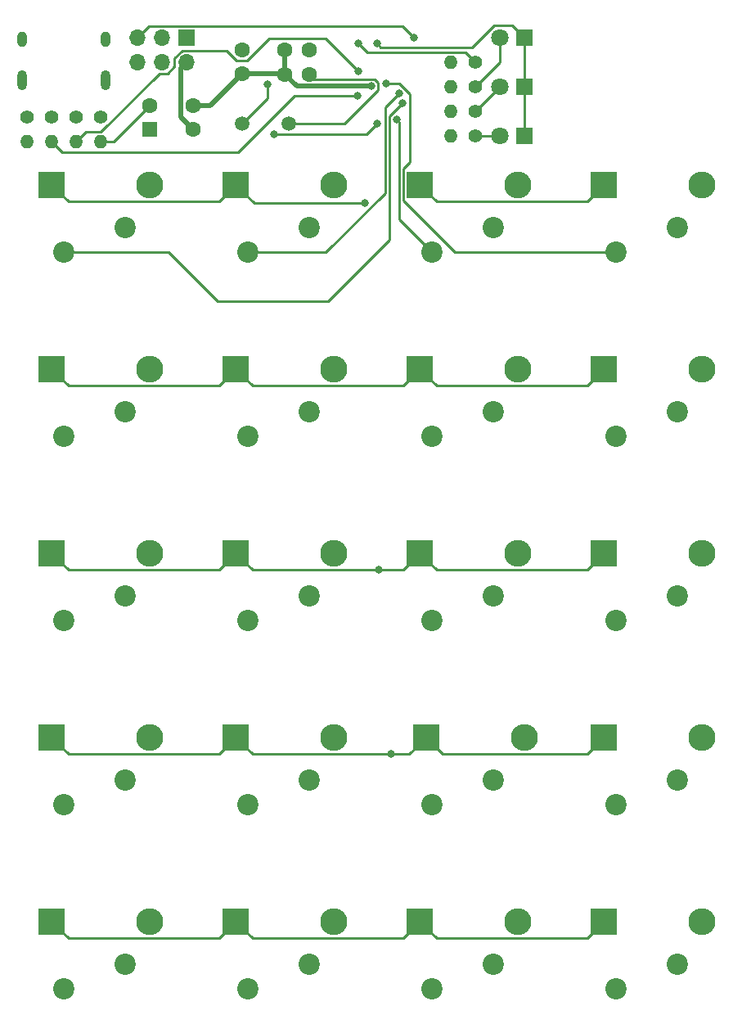
<source format=gbl>
G04 #@! TF.GenerationSoftware,KiCad,Pcbnew,(5.1.10)-1*
G04 #@! TF.CreationDate,2021-12-06T16:20:35+09:00*
G04 #@! TF.ProjectId,20keypad,32306b65-7970-4616-942e-6b696361645f,rev?*
G04 #@! TF.SameCoordinates,Original*
G04 #@! TF.FileFunction,Copper,L2,Bot*
G04 #@! TF.FilePolarity,Positive*
%FSLAX46Y46*%
G04 Gerber Fmt 4.6, Leading zero omitted, Abs format (unit mm)*
G04 Created by KiCad (PCBNEW (5.1.10)-1) date 2021-12-06 16:20:35*
%MOMM*%
%LPD*%
G01*
G04 APERTURE LIST*
G04 #@! TA.AperFunction,ComponentPad*
%ADD10C,1.800000*%
G04 #@! TD*
G04 #@! TA.AperFunction,ComponentPad*
%ADD11R,1.800000X1.800000*%
G04 #@! TD*
G04 #@! TA.AperFunction,ComponentPad*
%ADD12O,1.400000X1.400000*%
G04 #@! TD*
G04 #@! TA.AperFunction,ComponentPad*
%ADD13C,1.400000*%
G04 #@! TD*
G04 #@! TA.AperFunction,ComponentPad*
%ADD14C,2.200000*%
G04 #@! TD*
G04 #@! TA.AperFunction,ComponentPad*
%ADD15O,2.800000X2.800000*%
G04 #@! TD*
G04 #@! TA.AperFunction,ComponentPad*
%ADD16R,2.800000X2.800000*%
G04 #@! TD*
G04 #@! TA.AperFunction,ComponentPad*
%ADD17C,1.600000*%
G04 #@! TD*
G04 #@! TA.AperFunction,ComponentPad*
%ADD18R,1.600000X1.600000*%
G04 #@! TD*
G04 #@! TA.AperFunction,ComponentPad*
%ADD19O,1.000000X2.100000*%
G04 #@! TD*
G04 #@! TA.AperFunction,ComponentPad*
%ADD20O,1.000000X1.600000*%
G04 #@! TD*
G04 #@! TA.AperFunction,ComponentPad*
%ADD21C,1.500000*%
G04 #@! TD*
G04 #@! TA.AperFunction,ComponentPad*
%ADD22O,1.700000X1.700000*%
G04 #@! TD*
G04 #@! TA.AperFunction,ComponentPad*
%ADD23R,1.700000X1.700000*%
G04 #@! TD*
G04 #@! TA.AperFunction,ViaPad*
%ADD24C,0.800000*%
G04 #@! TD*
G04 #@! TA.AperFunction,Conductor*
%ADD25C,0.500000*%
G04 #@! TD*
G04 #@! TA.AperFunction,Conductor*
%ADD26C,0.250000*%
G04 #@! TD*
G04 APERTURE END LIST*
D10*
X76200000Y-35560000D03*
D11*
X78740000Y-35560000D03*
D10*
X76200000Y-40640000D03*
D11*
X78740000Y-40640000D03*
D10*
X76200000Y-45720000D03*
D11*
X78740000Y-45720000D03*
D12*
X71120000Y-40640000D03*
D13*
X73660000Y-40640000D03*
D12*
X71120000Y-43180000D03*
D13*
X73660000Y-43180000D03*
D12*
X71120000Y-45720000D03*
D13*
X73660000Y-45720000D03*
D14*
X31115000Y-133985000D03*
X37465000Y-131445000D03*
X50165000Y-133985000D03*
X56515000Y-131445000D03*
X69215000Y-133985000D03*
X75565000Y-131445000D03*
X88265000Y-133985000D03*
X94615000Y-131445000D03*
X31115000Y-114935000D03*
X37465000Y-112395000D03*
X50165000Y-114935000D03*
X56515000Y-112395000D03*
X69215000Y-114935000D03*
X75565000Y-112395000D03*
X88265000Y-114935000D03*
X94615000Y-112395000D03*
X31115000Y-95885000D03*
X37465000Y-93345000D03*
X50165000Y-95885000D03*
X56515000Y-93345000D03*
X69215000Y-95885000D03*
X75565000Y-93345000D03*
X88265000Y-95885000D03*
X94615000Y-93345000D03*
X31115000Y-76835000D03*
X37465000Y-74295000D03*
X50165000Y-76835000D03*
X56515000Y-74295000D03*
X69215000Y-76835000D03*
X75565000Y-74295000D03*
X88265000Y-76835000D03*
X94615000Y-74295000D03*
X31115000Y-57785000D03*
X37465000Y-55245000D03*
X50165000Y-57785000D03*
X56515000Y-55245000D03*
X69215000Y-57785000D03*
X75565000Y-55245000D03*
X88265000Y-57785000D03*
X94615000Y-55245000D03*
D15*
X40005000Y-127000000D03*
D16*
X29845000Y-127000000D03*
D15*
X59055000Y-127000000D03*
D16*
X48895000Y-127000000D03*
D15*
X78105000Y-127000000D03*
D16*
X67945000Y-127000000D03*
D15*
X97155000Y-127000000D03*
D16*
X86995000Y-127000000D03*
D15*
X40005000Y-107950000D03*
D16*
X29845000Y-107950000D03*
D15*
X59055000Y-107950000D03*
D16*
X48895000Y-107950000D03*
D15*
X78740000Y-107950000D03*
D16*
X68580000Y-107950000D03*
D15*
X97155000Y-107950000D03*
D16*
X86995000Y-107950000D03*
D15*
X40005000Y-88900000D03*
D16*
X29845000Y-88900000D03*
D15*
X59055000Y-88900000D03*
D16*
X48895000Y-88900000D03*
D15*
X78105000Y-88900000D03*
D16*
X67945000Y-88900000D03*
D15*
X97155000Y-88900000D03*
D16*
X86995000Y-88900000D03*
D15*
X40005000Y-69850000D03*
D16*
X29845000Y-69850000D03*
D15*
X59055000Y-69850000D03*
D16*
X48895000Y-69850000D03*
D15*
X78105000Y-69850000D03*
D16*
X67945000Y-69850000D03*
D15*
X97155000Y-69850000D03*
D16*
X86995000Y-69850000D03*
D15*
X40005000Y-50800000D03*
D16*
X29845000Y-50800000D03*
D15*
X59055000Y-50800000D03*
D16*
X48895000Y-50800000D03*
D15*
X78105000Y-50800000D03*
D16*
X67945000Y-50800000D03*
D15*
X97155000Y-50800000D03*
D16*
X86995000Y-50800000D03*
D17*
X44450000Y-42585000D03*
X44450000Y-45085000D03*
X40005000Y-42585000D03*
D18*
X40005000Y-45085000D03*
D19*
X26795000Y-39960000D03*
X35435000Y-39960000D03*
D20*
X35435000Y-35780000D03*
X26795000Y-35780000D03*
D21*
X54410000Y-44450000D03*
X49530000Y-44450000D03*
D12*
X71120000Y-38100000D03*
D13*
X73660000Y-38100000D03*
D12*
X29845000Y-46355000D03*
D13*
X29845000Y-43815000D03*
D12*
X32385000Y-46355000D03*
D13*
X32385000Y-43815000D03*
D12*
X34925000Y-46355000D03*
D13*
X34925000Y-43815000D03*
D12*
X27305000Y-46355000D03*
D13*
X27305000Y-43815000D03*
D22*
X38735000Y-38100000D03*
X38735000Y-35560000D03*
X41275000Y-38100000D03*
X41275000Y-35560000D03*
X43815000Y-38100000D03*
D23*
X43815000Y-35560000D03*
D17*
X49530000Y-39330000D03*
X49530000Y-36830000D03*
X53975000Y-39370000D03*
X56475000Y-39370000D03*
X53975000Y-36830000D03*
X56475000Y-36830000D03*
D24*
X62885000Y-40620000D03*
X63500000Y-36195000D03*
X52169200Y-40420000D03*
X61595000Y-36195000D03*
X67310000Y-35560000D03*
X52871400Y-45553600D03*
X63500000Y-44450000D03*
X61562800Y-39083200D03*
X61458300Y-41610300D03*
X64436800Y-40364300D03*
X65548400Y-44075500D03*
X65767600Y-41377900D03*
X66166000Y-42378700D03*
X64949999Y-109675001D03*
X63679700Y-90625300D03*
X62230000Y-52705000D03*
D25*
X44450000Y-42585000D02*
X46275000Y-42585000D01*
X46275000Y-42585000D02*
X49530000Y-39330000D01*
X49530000Y-39330000D02*
X53935000Y-39330000D01*
X53935000Y-39330000D02*
X53975000Y-39370000D01*
X53975000Y-39370000D02*
X53975000Y-36830000D01*
X53975000Y-39370000D02*
X55225000Y-40620000D01*
X55225000Y-40620000D02*
X62885000Y-40620000D01*
D26*
X40005000Y-42585000D02*
X36235000Y-46355000D01*
X36235000Y-46355000D02*
X34925000Y-46355000D01*
X77514999Y-34334999D02*
X78740000Y-35560000D01*
X75611999Y-34334999D02*
X77514999Y-34334999D01*
X78740000Y-35560000D02*
X78740000Y-40640000D01*
X78740000Y-40640000D02*
X78740000Y-45720000D01*
X73705999Y-36240999D02*
X75611999Y-34334999D01*
X73661997Y-36285001D02*
X73705999Y-36240999D01*
X63899999Y-36594999D02*
X63500000Y-36195000D01*
X73351999Y-36594999D02*
X63899999Y-36594999D01*
X73705999Y-36240999D02*
X73351999Y-36594999D01*
X52169200Y-40420000D02*
X52169200Y-41810800D01*
X52169200Y-41810800D02*
X49530000Y-44450000D01*
X54410000Y-44450000D02*
X60128000Y-44450000D01*
X60128000Y-44450000D02*
X63610000Y-40968000D01*
X63610000Y-40968000D02*
X63610000Y-40272000D01*
X63610000Y-40272000D02*
X63233000Y-39895000D01*
X63233000Y-39895000D02*
X57000000Y-39895000D01*
X57000000Y-39895000D02*
X56475000Y-39370000D01*
D25*
X44450000Y-45085000D02*
X43200000Y-43835000D01*
X43200000Y-43835000D02*
X43200000Y-38715000D01*
X43200000Y-38715000D02*
X43815000Y-38100000D01*
D26*
X62474999Y-37074999D02*
X61595000Y-36195000D01*
X72634999Y-37074999D02*
X62474999Y-37074999D01*
X73660000Y-38100000D02*
X72634999Y-37074999D01*
X66134999Y-34384999D02*
X67310000Y-35560000D01*
X39910001Y-34384999D02*
X66134999Y-34384999D01*
X38735000Y-35560000D02*
X39910001Y-34384999D01*
X62396400Y-45553600D02*
X63500000Y-44450000D01*
X52871400Y-45553600D02*
X62396400Y-45553600D01*
X32385000Y-46355000D02*
X33410000Y-45330000D01*
X33410000Y-45330000D02*
X34927000Y-45330000D01*
X34927000Y-45330000D02*
X40982000Y-39275000D01*
X40982000Y-39275000D02*
X41839000Y-39275000D01*
X41839000Y-39275000D02*
X42545000Y-38569000D01*
X42545000Y-38569000D02*
X42545000Y-37705200D01*
X42545000Y-37705200D02*
X43333000Y-36917200D01*
X43333000Y-36917200D02*
X47952200Y-36917200D01*
X47952200Y-36917200D02*
X48990000Y-37955000D01*
X48990000Y-37955000D02*
X50070000Y-37955000D01*
X50070000Y-37955000D02*
X52352400Y-35672600D01*
X52352400Y-35672600D02*
X58152200Y-35672600D01*
X58152200Y-35672600D02*
X61562800Y-39083200D01*
X29845000Y-46355000D02*
X30892400Y-47402400D01*
X30892400Y-47402400D02*
X49146400Y-47402400D01*
X49146400Y-47402400D02*
X54938500Y-41610300D01*
X54938500Y-41610300D02*
X61458300Y-41610300D01*
X66219999Y-49139999D02*
X66219999Y-52460001D01*
X66891001Y-48468997D02*
X66219999Y-49139999D01*
X66891001Y-41428299D02*
X66891001Y-48468997D01*
X71544998Y-57785000D02*
X88265000Y-57785000D01*
X65827002Y-40364300D02*
X66891001Y-41428299D01*
X66219999Y-52460001D02*
X71544998Y-57785000D01*
X64436800Y-40364300D02*
X65827002Y-40364300D01*
X65769989Y-44297089D02*
X65548400Y-44075500D01*
X65769989Y-54339989D02*
X65769989Y-44297089D01*
X69215000Y-57785000D02*
X65769989Y-54339989D01*
X64373389Y-42772111D02*
X65767600Y-41377900D01*
X64373389Y-51634613D02*
X64373389Y-42772111D01*
X58223002Y-57785000D02*
X64373389Y-51634613D01*
X50165000Y-57785000D02*
X58223002Y-57785000D01*
X41910000Y-57785000D02*
X39370000Y-57785000D01*
X46990000Y-62865000D02*
X41910000Y-57785000D01*
X58420000Y-62865000D02*
X46990000Y-62865000D01*
X64823399Y-56461601D02*
X58420000Y-62865000D01*
X64823399Y-43721301D02*
X64823399Y-56461601D01*
X39370000Y-57785000D02*
X31115000Y-57785000D01*
X66166000Y-42378700D02*
X64823399Y-43721301D01*
X47169999Y-128725001D02*
X48895000Y-127000000D01*
X31570001Y-128725001D02*
X47169999Y-128725001D01*
X29845000Y-127000000D02*
X31570001Y-128725001D01*
X66219999Y-128725001D02*
X67945000Y-127000000D01*
X50620001Y-128725001D02*
X66219999Y-128725001D01*
X48895000Y-127000000D02*
X50620001Y-128725001D01*
X85269999Y-128725001D02*
X86995000Y-127000000D01*
X69670001Y-128725001D02*
X85269999Y-128725001D01*
X67945000Y-127000000D02*
X69670001Y-128725001D01*
X47169999Y-109675001D02*
X48895000Y-107950000D01*
X31570001Y-109675001D02*
X47169999Y-109675001D01*
X29845000Y-107950000D02*
X31570001Y-109675001D01*
X66854999Y-109675001D02*
X68580000Y-107950000D01*
X50620001Y-109675001D02*
X64949999Y-109675001D01*
X48895000Y-107950000D02*
X50620001Y-109675001D01*
X70305001Y-109675001D02*
X85269999Y-109675001D01*
X85269999Y-109675001D02*
X86995000Y-107950000D01*
X68580000Y-107950000D02*
X70305001Y-109675001D01*
X64949999Y-109675001D02*
X66854999Y-109675001D01*
X47169700Y-90625300D02*
X48895000Y-88900000D01*
X31570300Y-90625300D02*
X47169700Y-90625300D01*
X29845000Y-88900000D02*
X31570300Y-90625300D01*
X66219700Y-90625300D02*
X67945000Y-88900000D01*
X50620300Y-90625300D02*
X63679700Y-90625300D01*
X48895000Y-88900000D02*
X50620300Y-90625300D01*
X85269700Y-90625300D02*
X86995000Y-88900000D01*
X69670300Y-90625300D02*
X85269700Y-90625300D01*
X67945000Y-88900000D02*
X69670300Y-90625300D01*
X63679700Y-90625300D02*
X66219700Y-90625300D01*
X31570001Y-71575001D02*
X47169999Y-71575001D01*
X47169999Y-71575001D02*
X48895000Y-69850000D01*
X29845000Y-69850000D02*
X31570001Y-71575001D01*
X66219999Y-71575001D02*
X67945000Y-69850000D01*
X50620001Y-71575001D02*
X66219999Y-71575001D01*
X48895000Y-69850000D02*
X50620001Y-71575001D01*
X85269999Y-71575001D02*
X86995000Y-69850000D01*
X69670001Y-71575001D02*
X85269999Y-71575001D01*
X67945000Y-69850000D02*
X69670001Y-71575001D01*
X48895000Y-50800000D02*
X47169700Y-52525300D01*
X31570001Y-52525001D02*
X29845000Y-50800000D01*
X39825001Y-52525001D02*
X31570001Y-52525001D01*
X39825300Y-52525300D02*
X39825001Y-52525001D01*
X40460300Y-52525300D02*
X39825300Y-52525300D01*
X47169700Y-52525300D02*
X46534700Y-52525300D01*
X40460300Y-52525300D02*
X40184700Y-52525300D01*
X46534700Y-52525300D02*
X40460300Y-52525300D01*
X31570300Y-52525300D02*
X29845000Y-50800000D01*
X46534700Y-52525300D02*
X31570300Y-52525300D01*
X85269999Y-52525001D02*
X86995000Y-50800000D01*
X69670001Y-52525001D02*
X85269999Y-52525001D01*
X67945000Y-50800000D02*
X69670001Y-52525001D01*
X50800000Y-52705000D02*
X48895000Y-50800000D01*
X50800000Y-52705000D02*
X62230000Y-52705000D01*
X73660000Y-45720000D02*
X76200000Y-45720000D01*
X73660000Y-43180000D02*
X76200000Y-40640000D01*
X76200000Y-38100000D02*
X76200000Y-35560000D01*
X73660000Y-40640000D02*
X76200000Y-38100000D01*
M02*

</source>
